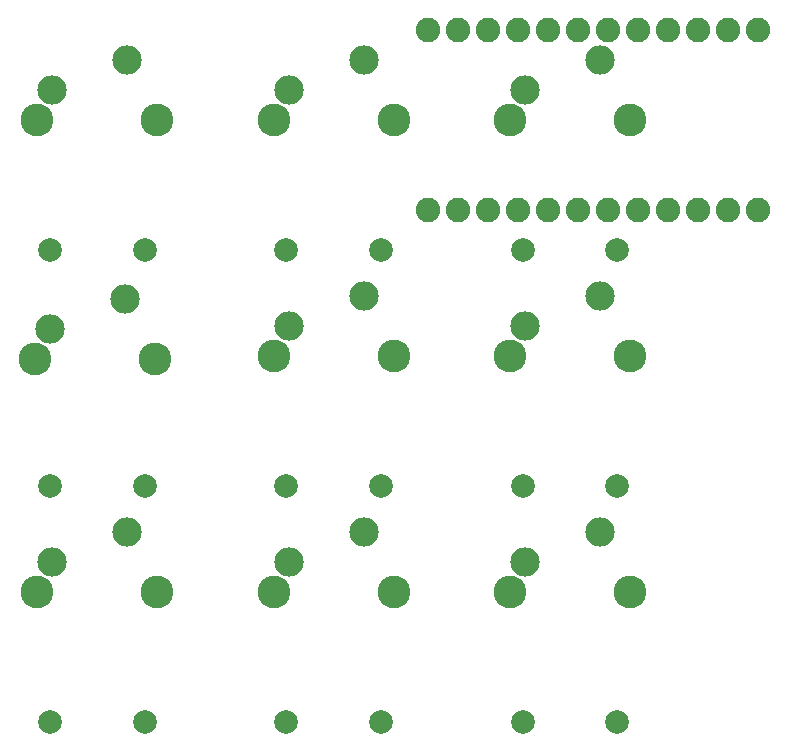
<source format=gts>
G04 Layer: TopSolderMaskLayer*
G04 EasyEDA v6.3.53, 2020-07-04T19:29:01+01:00*
G04 4dcc4153daa14e749ff6f4f9958da876,831979d3ac2e4a1db92824a7b243be6d,10*
G04 Gerber Generator version 0.2*
G04 Scale: 100 percent, Rotated: No, Reflected: No *
G04 Dimensions in millimeters *
G04 leading zeros omitted , absolute positions ,3 integer and 3 decimal *
%FSLAX33Y33*%
%MOMM*%
G90*
G71D02*

%ADD19C,2.489200*%
%ADD20C,2.774696*%
%ADD21C,2.003196*%
%ADD22C,2.082800*%

%LPD*%
G54D19*
G01X16189Y62539D03*
G01X22539Y65079D03*
G54D20*
G01X14919Y59999D03*
G01X25079Y59999D03*
G54D19*
G01X36189Y62539D03*
G01X42539Y65079D03*
G54D20*
G01X34919Y59999D03*
G01X45079Y59999D03*
G54D19*
G01X56189Y62539D03*
G01X62539Y65079D03*
G54D20*
G01X54919Y59999D03*
G01X65079Y59999D03*
G54D19*
G01X36189Y42539D03*
G01X42539Y45079D03*
G54D20*
G01X34919Y39999D03*
G01X45079Y39999D03*
G54D19*
G01X56189Y42539D03*
G01X62539Y45079D03*
G54D20*
G01X54919Y39999D03*
G01X65079Y39999D03*
G54D19*
G01X16189Y22539D03*
G01X22539Y25079D03*
G54D20*
G01X14919Y19999D03*
G01X25079Y19999D03*
G54D19*
G01X36189Y22539D03*
G01X42539Y25079D03*
G54D20*
G01X34919Y19999D03*
G01X45079Y19999D03*
G54D19*
G01X56189Y22539D03*
G01X62539Y25079D03*
G54D20*
G01X54919Y19999D03*
G01X65079Y19999D03*
G54D19*
G01X16000Y42328D03*
G54D20*
G01X14730Y39788D03*
G54D19*
G01X22350Y44868D03*
G54D20*
G01X24890Y39788D03*
G54D21*
G01X35999Y48999D03*
G01X43999Y48999D03*
G01X56000Y48999D03*
G01X64000Y48999D03*
G01X15999Y28999D03*
G01X23999Y28999D03*
G01X35999Y28999D03*
G01X43999Y28999D03*
G01X56000Y28999D03*
G01X64000Y28999D03*
G01X15999Y8999D03*
G01X23999Y8999D03*
G01X35999Y8999D03*
G01X43999Y8999D03*
G01X56000Y8999D03*
G01X64000Y8999D03*
G54D22*
G01X48029Y52379D03*
G01X50569Y52379D03*
G01X53109Y52379D03*
G01X55649Y52379D03*
G01X58189Y52379D03*
G01X60729Y52379D03*
G01X63269Y52379D03*
G01X65809Y52379D03*
G01X68349Y52379D03*
G01X70889Y52379D03*
G01X73429Y52379D03*
G01X75969Y52379D03*
G01X75969Y67619D03*
G01X73429Y67619D03*
G01X70889Y67619D03*
G01X68349Y67619D03*
G01X65809Y67619D03*
G01X63269Y67619D03*
G01X60729Y67619D03*
G01X58189Y67619D03*
G01X55649Y67619D03*
G01X53109Y67619D03*
G01X50569Y67619D03*
G01X48029Y67619D03*
G54D21*
G01X15999Y48999D03*
G01X23999Y48999D03*
M00*
M02*

</source>
